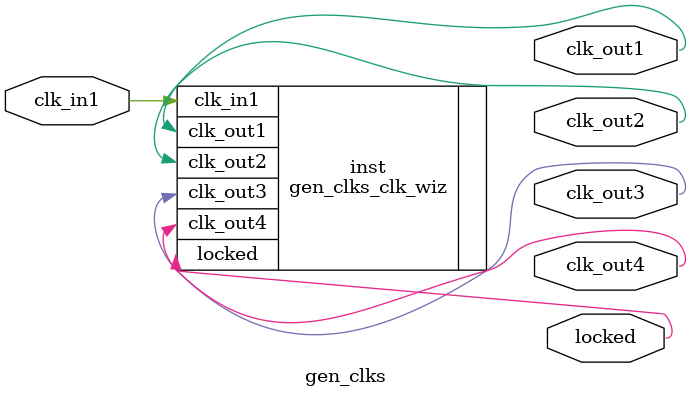
<source format=v>


`timescale 1ps/1ps

(* CORE_GENERATION_INFO = "gen_clks,clk_wiz_v6_0_3_0_0,{component_name=gen_clks,use_phase_alignment=true,use_min_o_jitter=false,use_max_i_jitter=false,use_dyn_phase_shift=false,use_inclk_switchover=false,use_dyn_reconfig=false,enable_axi=0,feedback_source=FDBK_AUTO,PRIMITIVE=MMCM,num_out_clk=4,clkin1_period=25.000,clkin2_period=10.0,use_power_down=false,use_reset=false,use_locked=true,use_inclk_stopped=false,feedback_type=SINGLE,CLOCK_MGR_TYPE=NA,manual_override=false}" *)

module gen_clks 
 (
  // Clock out ports
  output        clk_out1,
  output        clk_out2,
  output        clk_out3,
  output        clk_out4,
  // Status and control signals
  output        locked,
 // Clock in ports
  input         clk_in1
 );

  gen_clks_clk_wiz inst
  (
  // Clock out ports  
  .clk_out1(clk_out1),
  .clk_out2(clk_out2),
  .clk_out3(clk_out3),
  .clk_out4(clk_out4),
  // Status and control signals               
  .locked(locked),
 // Clock in ports
  .clk_in1(clk_in1)
  );

endmodule

</source>
